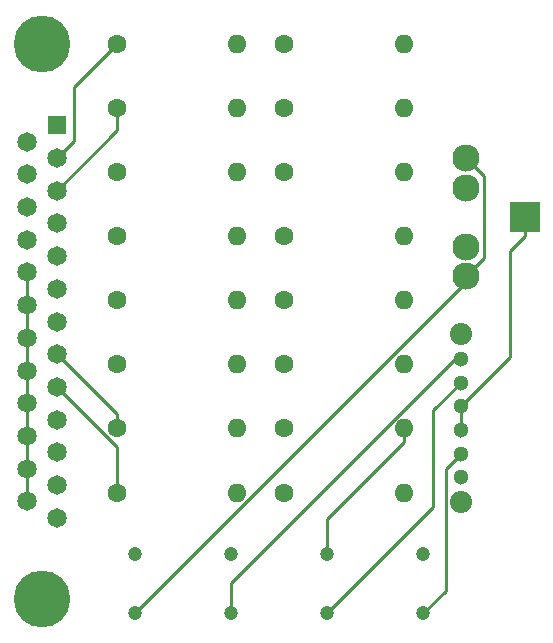
<source format=gbr>
%TF.GenerationSoftware,KiCad,Pcbnew,7.0.10*%
%TF.CreationDate,2024-01-09T13:23:14-06:00*%
%TF.ProjectId,LPT Blaster,4c505420-426c-4617-9374-65722e6b6963,rev?*%
%TF.SameCoordinates,Original*%
%TF.FileFunction,Copper,L2,Bot*%
%TF.FilePolarity,Positive*%
%FSLAX46Y46*%
G04 Gerber Fmt 4.6, Leading zero omitted, Abs format (unit mm)*
G04 Created by KiCad (PCBNEW 7.0.10) date 2024-01-09 13:23:14*
%MOMM*%
%LPD*%
G01*
G04 APERTURE LIST*
%TA.AperFunction,ComponentPad*%
%ADD10C,1.600000*%
%TD*%
%TA.AperFunction,ComponentPad*%
%ADD11O,1.600000X1.600000*%
%TD*%
%TA.AperFunction,ComponentPad*%
%ADD12C,4.800000*%
%TD*%
%TA.AperFunction,ComponentPad*%
%ADD13C,1.650000*%
%TD*%
%TA.AperFunction,ComponentPad*%
%ADD14R,1.650000X1.650000*%
%TD*%
%TA.AperFunction,ComponentPad*%
%ADD15C,1.200000*%
%TD*%
%TA.AperFunction,ComponentPad*%
%ADD16C,1.300000*%
%TD*%
%TA.AperFunction,ComponentPad*%
%ADD17C,1.875000*%
%TD*%
%TA.AperFunction,ComponentPad*%
%ADD18R,2.550000X2.550000*%
%TD*%
%TA.AperFunction,ComponentPad*%
%ADD19C,2.300000*%
%TD*%
%TA.AperFunction,Conductor*%
%ADD20C,0.250000*%
%TD*%
G04 APERTURE END LIST*
D10*
%TO.P,R14,1*%
%TO.N,Net-(R13-Pad2)*%
X127640000Y-72957100D03*
D11*
%TO.P,R14,2*%
%TO.N,Net-(R14-Pad2)*%
X137800000Y-72957100D03*
%TD*%
D10*
%TO.P,R3,1*%
%TO.N,D2*%
X113440000Y-56657100D03*
D11*
%TO.P,R3,2*%
%TO.N,Net-(R10-Pad2)*%
X123600000Y-56657100D03*
%TD*%
D10*
%TO.P,R15,1*%
%TO.N,Net-(R14-Pad2)*%
X127640000Y-78378600D03*
D11*
%TO.P,R15,2*%
%TO.N,DAC OUT*%
X137800000Y-78378600D03*
%TD*%
D10*
%TO.P,R8,1*%
%TO.N,D7*%
X113440000Y-83800000D03*
D11*
%TO.P,R8,2*%
%TO.N,DAC OUT*%
X123600000Y-83800000D03*
%TD*%
D10*
%TO.P,R12,1*%
%TO.N,Net-(R11-Pad2)*%
X127640000Y-62114300D03*
D11*
%TO.P,R12,2*%
%TO.N,Net-(R12-Pad2)*%
X137800000Y-62114300D03*
%TD*%
D12*
%TO.P,J2,MH2,MH2*%
%TO.N,unconnected-(J2-PadMH2)*%
X107070000Y-92845000D03*
%TO.P,J2,MH1,MH1*%
%TO.N,unconnected-(J2-PadMH1)*%
X107070000Y-45805000D03*
D13*
%TO.P,J2,25,25*%
%TO.N,GND*%
X105800000Y-84560000D03*
%TO.P,J2,24,24*%
X105800000Y-81790000D03*
%TO.P,J2,23,23*%
X105800000Y-79020000D03*
%TO.P,J2,22,22*%
X105800000Y-76250000D03*
%TO.P,J2,21,21*%
X105800000Y-73480000D03*
%TO.P,J2,20,20*%
X105800000Y-70710000D03*
%TO.P,J2,19,19*%
X105800000Y-67940000D03*
%TO.P,J2,18,18*%
X105800000Y-65170000D03*
%TO.P,J2,17,17*%
%TO.N,unconnected-(J2-Pad17)*%
X105800000Y-62400000D03*
%TO.P,J2,16,16*%
%TO.N,unconnected-(J2-Pad16)*%
X105800000Y-59630000D03*
%TO.P,J2,15,15*%
%TO.N,unconnected-(J2-Pad15)*%
X105800000Y-56860000D03*
%TO.P,J2,14,14*%
%TO.N,unconnected-(J2-Pad14)*%
X105800000Y-54090000D03*
%TO.P,J2,13,13*%
%TO.N,unconnected-(J2-Pad13)*%
X108340000Y-85945000D03*
%TO.P,J2,12,12*%
%TO.N,unconnected-(J2-Pad12)*%
X108340000Y-83175000D03*
%TO.P,J2,11,11*%
%TO.N,unconnected-(J2-Pad11)*%
X108340000Y-80405000D03*
%TO.P,J2,10,10*%
%TO.N,unconnected-(J2-Pad10)*%
X108340000Y-77635000D03*
%TO.P,J2,9,9*%
%TO.N,D7*%
X108340000Y-74865000D03*
%TO.P,J2,8,8*%
%TO.N,D6*%
X108340000Y-72095000D03*
%TO.P,J2,7,7*%
%TO.N,D5*%
X108340000Y-69325000D03*
%TO.P,J2,6,6*%
%TO.N,D4*%
X108340000Y-66555000D03*
%TO.P,J2,5,5*%
%TO.N,D3*%
X108340000Y-63785000D03*
%TO.P,J2,4,4*%
%TO.N,D2*%
X108340000Y-61015000D03*
%TO.P,J2,3,3*%
%TO.N,D1*%
X108340000Y-58245000D03*
%TO.P,J2,2,2*%
%TO.N,D0*%
X108340000Y-55475000D03*
D14*
%TO.P,J2,1,1*%
%TO.N,unconnected-(J2-Pad1)*%
X108340000Y-52705000D03*
%TD*%
D15*
%TO.P,C1,1,1*%
%TO.N,DAC OUT*%
X139400000Y-89000000D03*
%TO.P,C1,2,2*%
%TO.N,Net-(C1-Pad2)*%
X139400000Y-94000000D03*
%TD*%
D10*
%TO.P,R13,1*%
%TO.N,Net-(R12-Pad2)*%
X127640000Y-67535700D03*
D11*
%TO.P,R13,2*%
%TO.N,Net-(R13-Pad2)*%
X137800000Y-67535700D03*
%TD*%
D10*
%TO.P,R2,1*%
%TO.N,D1*%
X113440000Y-51228600D03*
D11*
%TO.P,R2,2*%
%TO.N,Net-(R10-Pad1)*%
X123600000Y-51228600D03*
%TD*%
D10*
%TO.P,R16,1*%
%TO.N,DAC OUT*%
X127640000Y-83800000D03*
D11*
%TO.P,R16,2*%
%TO.N,GND*%
X137800000Y-83800000D03*
%TD*%
D16*
%TO.P,S1,1,1*%
%TO.N,unconnected-(S1-Pad1)*%
X142575000Y-82500000D03*
%TO.P,S1,2,2*%
%TO.N,Net-(C1-Pad2)*%
X142575000Y-80500000D03*
%TO.P,S1,3,3*%
%TO.N,GND*%
X142575000Y-78500000D03*
%TO.P,S1,4,4*%
X142575000Y-76500000D03*
%TO.P,S1,5,5*%
%TO.N,Net-(C2-Pad2)*%
X142575000Y-74500000D03*
%TO.P,S1,6,6*%
%TO.N,Net-(C3-Pad2)*%
X142575000Y-72500000D03*
D17*
%TO.P,S1,MH1,MH1*%
%TO.N,unconnected-(S1-PadMH1)*%
X142575000Y-84600000D03*
%TO.P,S1,MH2,MH2*%
%TO.N,unconnected-(S1-PadMH2)*%
X142575000Y-70400000D03*
%TD*%
D10*
%TO.P,R5,1*%
%TO.N,D4*%
X113440000Y-67514300D03*
D11*
%TO.P,R5,2*%
%TO.N,Net-(R12-Pad2)*%
X123600000Y-67514300D03*
%TD*%
D18*
%TO.P,J1,1,SLEEVE*%
%TO.N,GND*%
X148000000Y-60500000D03*
D19*
%TO.P,J1,2,TIP*%
%TO.N,Filter Out*%
X143000000Y-55500000D03*
%TO.P,J1,3,RING*%
X143000000Y-65500000D03*
%TO.P,J1,10,TIP_SWITCH*%
%TO.N,unconnected-(J1-TIP_SWITCH-Pad10)*%
X143000000Y-58000000D03*
%TO.P,J1,11,RING_SWITCH*%
%TO.N,unconnected-(J1-RING_SWITCH-Pad11)*%
X143000000Y-63000000D03*
%TD*%
D10*
%TO.P,R7,1*%
%TO.N,D6*%
X113440000Y-78371400D03*
D11*
%TO.P,R7,2*%
%TO.N,Net-(R14-Pad2)*%
X123600000Y-78371400D03*
%TD*%
D10*
%TO.P,R10,1*%
%TO.N,Net-(R10-Pad1)*%
X127640000Y-51271400D03*
D11*
%TO.P,R10,2*%
%TO.N,Net-(R10-Pad2)*%
X137800000Y-51271400D03*
%TD*%
D15*
%TO.P,C4,1,1*%
%TO.N,DAC OUT*%
X114980000Y-89000000D03*
%TO.P,C4,2,2*%
%TO.N,Filter Out*%
X114980000Y-94000000D03*
%TD*%
%TO.P,C2,1,1*%
%TO.N,DAC OUT*%
X131260000Y-89000000D03*
%TO.P,C2,2,2*%
%TO.N,Net-(C2-Pad2)*%
X131260000Y-94000000D03*
%TD*%
D10*
%TO.P,R1,1*%
%TO.N,D0*%
X113440000Y-45800000D03*
D11*
%TO.P,R1,2*%
%TO.N,Net-(R1-Pad2)*%
X123600000Y-45800000D03*
%TD*%
D15*
%TO.P,C3,1,1*%
%TO.N,DAC OUT*%
X123120000Y-89000000D03*
%TO.P,C3,2,2*%
%TO.N,Net-(C3-Pad2)*%
X123120000Y-94000000D03*
%TD*%
D10*
%TO.P,R9,1*%
%TO.N,Net-(R1-Pad2)*%
X127640000Y-45850000D03*
D11*
%TO.P,R9,2*%
%TO.N,Net-(R10-Pad1)*%
X137800000Y-45850000D03*
%TD*%
D10*
%TO.P,R11,1*%
%TO.N,Net-(R10-Pad2)*%
X127640000Y-56692900D03*
D11*
%TO.P,R11,2*%
%TO.N,Net-(R11-Pad2)*%
X137800000Y-56692900D03*
%TD*%
D10*
%TO.P,R4,1*%
%TO.N,D3*%
X113440000Y-62085700D03*
D11*
%TO.P,R4,2*%
%TO.N,Net-(R11-Pad2)*%
X123600000Y-62085700D03*
%TD*%
D10*
%TO.P,R6,1*%
%TO.N,D5*%
X113440000Y-72942900D03*
D11*
%TO.P,R6,2*%
%TO.N,Net-(R13-Pad2)*%
X123600000Y-72942900D03*
%TD*%
D20*
%TO.N,D7*%
X113440000Y-79965000D02*
X113440000Y-83800000D01*
X108340000Y-74865000D02*
X113440000Y-79965000D01*
%TO.N,D6*%
X113440000Y-77195000D02*
X113440000Y-78371400D01*
X108340000Y-72095000D02*
X113440000Y-77195000D01*
%TO.N,D1*%
X113440000Y-53145000D02*
X113440000Y-51228600D01*
X108340000Y-58245000D02*
X113440000Y-53145000D01*
%TO.N,D0*%
X109809000Y-49431000D02*
X113440000Y-45800000D01*
X109809000Y-54006000D02*
X109809000Y-49431000D01*
X108340000Y-55475000D02*
X109809000Y-54006000D01*
%TO.N,GND*%
X148000000Y-60500000D02*
X148000000Y-62101900D01*
X146770000Y-72305000D02*
X142575000Y-76500000D01*
X146770000Y-63331900D02*
X146770000Y-72305000D01*
X148000000Y-62101900D02*
X146770000Y-63331900D01*
X142575000Y-76500000D02*
X142575000Y-78500000D01*
X105800000Y-65170000D02*
X105800000Y-67940000D01*
X105800000Y-67940000D02*
X105800000Y-70710000D01*
X105800000Y-70710000D02*
X105800000Y-73480000D01*
X105800000Y-73480000D02*
X105800000Y-76250000D01*
X105800000Y-76250000D02*
X105800000Y-79020000D01*
X105800000Y-79020000D02*
X105800000Y-81790000D01*
X105800000Y-81790000D02*
X105800000Y-84560000D01*
%TO.N,Filter Out*%
X115001200Y-94000000D02*
X114980000Y-94000000D01*
X143000000Y-66001200D02*
X115001200Y-94000000D01*
X143000000Y-65500000D02*
X143000000Y-66001200D01*
X144515100Y-57015100D02*
X143000000Y-55500000D01*
X144515100Y-63984900D02*
X144515100Y-57015100D01*
X143000000Y-65500000D02*
X144515100Y-63984900D01*
%TO.N,Net-(C3-Pad2)*%
X123120000Y-91444100D02*
X123120000Y-94000000D01*
X142064100Y-72500000D02*
X123120000Y-91444100D01*
X142575000Y-72500000D02*
X142064100Y-72500000D01*
%TO.N,Net-(C2-Pad2)*%
X140232900Y-85027100D02*
X131260000Y-94000000D01*
X140232900Y-76842100D02*
X140232900Y-85027100D01*
X142575000Y-74500000D02*
X140232900Y-76842100D01*
%TO.N,Net-(C1-Pad2)*%
X141297800Y-92102200D02*
X139400000Y-94000000D01*
X141297800Y-81777200D02*
X141297800Y-92102200D01*
X142575000Y-80500000D02*
X141297800Y-81777200D01*
%TO.N,DAC OUT*%
X131260000Y-86045500D02*
X137800000Y-79505500D01*
X131260000Y-89000000D02*
X131260000Y-86045500D01*
X137800000Y-78378600D02*
X137800000Y-79505500D01*
%TD*%
M02*

</source>
